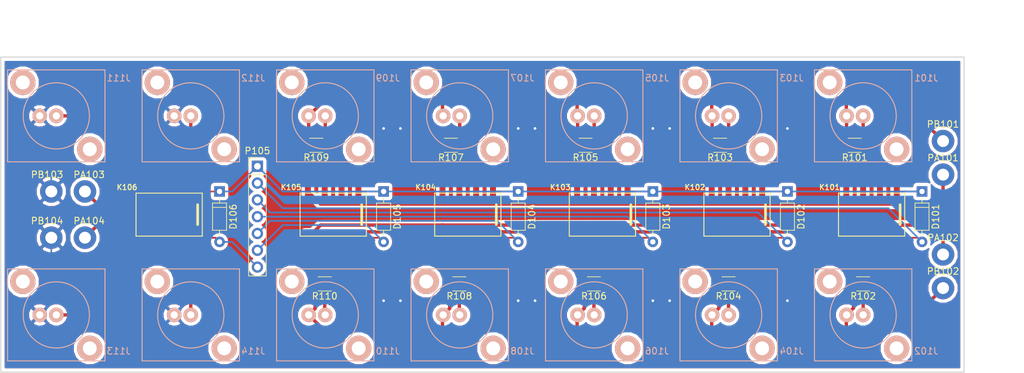
<source format=kicad_pcb>
(kicad_pcb (version 4) (host pcbnew 4.0.4+e1-6308~48~ubuntu15.10.1-stable)
  (layers (0 F.Cu signal) (31 B.Cu signal) (34 B.Paste user) (35 F.Paste user) (36 B.SilkS user) (37 F.SilkS user) (38 B.Mask user) (39 F.Mask user) (44 Edge.Cuts user))
  (net 0 "")
  (net 1 +5V)
  (net 2 /S1)
  (net 3 /S2)
  (net 4 /S3)
  (net 5 /S4)
  (net 6 /S5)
  (net 7 /BP)
  (net 8 "Net-(J101-Pad1)")
  (net 9 "Net-(J101-Pad2)")
  (net 10 "Net-(J102-Pad1)")
  (net 11 "Net-(J102-Pad2)")
  (net 12 "Net-(J103-Pad1)")
  (net 13 "Net-(J104-Pad1)")
  (net 14 "Net-(J105-Pad1)")
  (net 15 "Net-(J106-Pad1)")
  (net 16 "Net-(J107-Pad1)")
  (net 17 "Net-(J108-Pad1)")
  (net 18 "Net-(J109-Pad1)")
  (net 19 "Net-(J110-Pad1)")
  (net 20 "Net-(J111-Pad1)")
  (net 21 GND)
  (net 22 "Net-(J112-Pad1)")
  (net 23 "Net-(J113-Pad1)")
  (net 24 "Net-(J114-Pad1)")
  (net 25 /PRE_IN_R)
  (net 26 /PRE_IN_L)
  (net 27 /PRE_OUT_R)
  (net 28 /PRE_OUT_L)
  (module flem:RCA_ELECAUDIO_ER107 (layer B.Cu) (at 210.185 99.695 180)
    (fp_text reference J101 (at -9.525 5.715 180) (layer B.SilkS) (effects (justify mirror)))
    (fp_text value RCA hide)
    (pad 3 thru_hole circle (at 5.05 5.05 180) (size 3.81 3.81) (drill 2.1) (layers *.Cu *.Mask B.SilkS))
    (pad 1 thru_hole circle (at 0 0 180) (size 2.2 2.2) (drill 1.1) (layers *.Cu *.Mask B.SilkS) (net 8 "Net-(J101-Pad1)"))
    (pad 2 thru_hole circle (at 2.5 0 180) (size 2.2 2.2) (drill 1.1) (layers *.Cu *.Mask B.SilkS) (net 9 "Net-(J101-Pad2)"))
    (pad 4 thru_hole circle (at -5.05 -5.05 180) (size 3.81 3.81) (drill 2.1) (layers *.Cu *.Mask B.SilkS))
  )
  (module flem:RCA_ELECAUDIO_ER107 (layer B.Cu) (at 210.185 129.785 180)
    (fp_text reference J102 (at -9.525 -5.47 180) (layer B.SilkS) (effects (justify mirror)))
    (fp_text value RCA hide)
    (pad 3 thru_hole circle (at 5.05 5.05 180) (size 3.81 3.81) (drill 2.1) (layers *.Cu *.Mask B.SilkS))
    (pad 1 thru_hole circle (at 0 0 180) (size 2.2 2.2) (drill 1.1) (layers *.Cu *.Mask B.SilkS) (net 10 "Net-(J102-Pad1)"))
    (pad 2 thru_hole circle (at 2.5 0 180) (size 2.2 2.2) (drill 1.1) (layers *.Cu *.Mask B.SilkS) (net 11 "Net-(J102-Pad2)"))
    (pad 4 thru_hole circle (at -5.05 -5.05 180) (size 3.81 3.81) (drill 2.1) (layers *.Cu *.Mask B.SilkS))
  )
  (module flem:RCA_ELECAUDIO_ER107 (layer B.Cu) (at 189.885 99.695 180)
    (fp_text reference J103 (at -9.505 5.715 180) (layer B.SilkS) (effects (justify mirror)))
    (fp_text value RCA hide)
    (pad 3 thru_hole circle (at 5.05 5.05 180) (size 3.81 3.81) (drill 2.1) (layers *.Cu *.Mask B.SilkS))
    (pad 1 thru_hole circle (at 0 0 180) (size 2.2 2.2) (drill 1.1) (layers *.Cu *.Mask B.SilkS) (net 12 "Net-(J103-Pad1)"))
    (pad 2 thru_hole circle (at 2.5 0 180) (size 2.2 2.2) (drill 1.1) (layers *.Cu *.Mask B.SilkS) (net 9 "Net-(J101-Pad2)"))
    (pad 4 thru_hole circle (at -5.05 -5.05 180) (size 3.81 3.81) (drill 2.1) (layers *.Cu *.Mask B.SilkS))
  )
  (module flem:RCA_ELECAUDIO_ER107 (layer B.Cu) (at 189.885 129.785 180)
    (fp_text reference J104 (at -9.505 -5.47 180) (layer B.SilkS) (effects (justify mirror)))
    (fp_text value RCA hide)
    (pad 3 thru_hole circle (at 5.05 5.05 180) (size 3.81 3.81) (drill 2.1) (layers *.Cu *.Mask B.SilkS))
    (pad 1 thru_hole circle (at 0 0 180) (size 2.2 2.2) (drill 1.1) (layers *.Cu *.Mask B.SilkS) (net 13 "Net-(J104-Pad1)"))
    (pad 2 thru_hole circle (at 2.5 0 180) (size 2.2 2.2) (drill 1.1) (layers *.Cu *.Mask B.SilkS) (net 11 "Net-(J102-Pad2)"))
    (pad 4 thru_hole circle (at -5.05 -5.05 180) (size 3.81 3.81) (drill 2.1) (layers *.Cu *.Mask B.SilkS))
  )
  (module flem:RCA_ELECAUDIO_ER107 (layer B.Cu) (at 169.585 99.695 180)
    (fp_text reference J105 (at -9.485 5.715 180) (layer B.SilkS) (effects (justify mirror)))
    (fp_text value RCA hide)
    (pad 3 thru_hole circle (at 5.05 5.05 180) (size 3.81 3.81) (drill 2.1) (layers *.Cu *.Mask B.SilkS))
    (pad 1 thru_hole circle (at 0 0 180) (size 2.2 2.2) (drill 1.1) (layers *.Cu *.Mask B.SilkS) (net 14 "Net-(J105-Pad1)"))
    (pad 2 thru_hole circle (at 2.5 0 180) (size 2.2 2.2) (drill 1.1) (layers *.Cu *.Mask B.SilkS) (net 9 "Net-(J101-Pad2)"))
    (pad 4 thru_hole circle (at -5.05 -5.05 180) (size 3.81 3.81) (drill 2.1) (layers *.Cu *.Mask B.SilkS))
  )
  (module flem:RCA_ELECAUDIO_ER107 (layer B.Cu) (at 169.585 129.785 180)
    (fp_text reference J106 (at -9.485 -5.47 180) (layer B.SilkS) (effects (justify mirror)))
    (fp_text value RCA hide)
    (pad 3 thru_hole circle (at 5.05 5.05 180) (size 3.81 3.81) (drill 2.1) (layers *.Cu *.Mask B.SilkS))
    (pad 1 thru_hole circle (at 0 0 180) (size 2.2 2.2) (drill 1.1) (layers *.Cu *.Mask B.SilkS) (net 15 "Net-(J106-Pad1)"))
    (pad 2 thru_hole circle (at 2.5 0 180) (size 2.2 2.2) (drill 1.1) (layers *.Cu *.Mask B.SilkS) (net 11 "Net-(J102-Pad2)"))
    (pad 4 thru_hole circle (at -5.05 -5.05 180) (size 3.81 3.81) (drill 2.1) (layers *.Cu *.Mask B.SilkS))
  )
  (module flem:RCA_ELECAUDIO_ER107 (layer B.Cu) (at 149.285 99.695 180)
    (fp_text reference J107 (at -9.465 5.715 180) (layer B.SilkS) (effects (justify mirror)))
    (fp_text value RCA hide)
    (pad 3 thru_hole circle (at 5.05 5.05 180) (size 3.81 3.81) (drill 2.1) (layers *.Cu *.Mask B.SilkS))
    (pad 1 thru_hole circle (at 0 0 180) (size 2.2 2.2) (drill 1.1) (layers *.Cu *.Mask B.SilkS) (net 16 "Net-(J107-Pad1)"))
    (pad 2 thru_hole circle (at 2.5 0 180) (size 2.2 2.2) (drill 1.1) (layers *.Cu *.Mask B.SilkS) (net 9 "Net-(J101-Pad2)"))
    (pad 4 thru_hole circle (at -5.05 -5.05 180) (size 3.81 3.81) (drill 2.1) (layers *.Cu *.Mask B.SilkS))
  )
  (module flem:RCA_ELECAUDIO_ER107 (layer B.Cu) (at 149.285 129.785 180)
    (fp_text reference J108 (at -9.465 -5.47 180) (layer B.SilkS) (effects (justify mirror)))
    (fp_text value RCA hide)
    (pad 3 thru_hole circle (at 5.05 5.05 180) (size 3.81 3.81) (drill 2.1) (layers *.Cu *.Mask B.SilkS))
    (pad 1 thru_hole circle (at 0 0 180) (size 2.2 2.2) (drill 1.1) (layers *.Cu *.Mask B.SilkS) (net 17 "Net-(J108-Pad1)"))
    (pad 2 thru_hole circle (at 2.5 0 180) (size 2.2 2.2) (drill 1.1) (layers *.Cu *.Mask B.SilkS) (net 11 "Net-(J102-Pad2)"))
    (pad 4 thru_hole circle (at -5.05 -5.05 180) (size 3.81 3.81) (drill 2.1) (layers *.Cu *.Mask B.SilkS))
  )
  (module flem:RCA_ELECAUDIO_ER107 (layer B.Cu) (at 128.985 99.695 180)
    (fp_text reference J109 (at -9.445 5.715 180) (layer B.SilkS) (effects (justify mirror)))
    (fp_text value RCA hide)
    (pad 3 thru_hole circle (at 5.05 5.05 180) (size 3.81 3.81) (drill 2.1) (layers *.Cu *.Mask B.SilkS))
    (pad 1 thru_hole circle (at 0 0 180) (size 2.2 2.2) (drill 1.1) (layers *.Cu *.Mask B.SilkS) (net 18 "Net-(J109-Pad1)"))
    (pad 2 thru_hole circle (at 2.5 0 180) (size 2.2 2.2) (drill 1.1) (layers *.Cu *.Mask B.SilkS) (net 9 "Net-(J101-Pad2)"))
    (pad 4 thru_hole circle (at -5.05 -5.05 180) (size 3.81 3.81) (drill 2.1) (layers *.Cu *.Mask B.SilkS))
  )
  (module flem:RCA_ELECAUDIO_ER107 (layer B.Cu) (at 128.985 129.785 180)
    (fp_text reference J110 (at -9.445 -5.47 180) (layer B.SilkS) (effects (justify mirror)))
    (fp_text value RCA hide)
    (pad 3 thru_hole circle (at 5.05 5.05 180) (size 3.81 3.81) (drill 2.1) (layers *.Cu *.Mask B.SilkS))
    (pad 1 thru_hole circle (at 0 0 180) (size 2.2 2.2) (drill 1.1) (layers *.Cu *.Mask B.SilkS) (net 19 "Net-(J110-Pad1)"))
    (pad 2 thru_hole circle (at 2.5 0 180) (size 2.2 2.2) (drill 1.1) (layers *.Cu *.Mask B.SilkS) (net 11 "Net-(J102-Pad2)"))
    (pad 4 thru_hole circle (at -5.05 -5.05 180) (size 3.81 3.81) (drill 2.1) (layers *.Cu *.Mask B.SilkS))
  )
  (module flem:RCA_ELECAUDIO_ER107 (layer B.Cu) (at 88.385 99.695 180)
    (fp_text reference J111 (at -9.405 5.715 180) (layer B.SilkS) (effects (justify mirror)))
    (fp_text value PRE_OUT_L)
    (pad 3 thru_hole circle (at 5.05 5.05 180) (size 3.81 3.81) (drill 2.1) (layers *.Cu *.Mask B.SilkS))
    (pad 1 thru_hole circle (at 0 0 180) (size 2.2 2.2) (drill 1.1) (layers *.Cu *.Mask B.SilkS) (net 20 "Net-(J111-Pad1)"))
    (pad 2 thru_hole circle (at 2.5 0 180) (size 2.2 2.2) (drill 1.1) (layers *.Cu *.Mask B.SilkS) (net 21 GND))
    (pad 4 thru_hole circle (at -5.05 -5.05 180) (size 3.81 3.81) (drill 2.1) (layers *.Cu *.Mask B.SilkS))
  )
  (module flem:RCA_ELECAUDIO_ER107 (layer B.Cu) (at 108.685 99.695 180)
    (fp_text reference J112 (at -9.425 5.715 180) (layer B.SilkS) (effects (justify mirror)))
    (fp_text value BY_PASS_L)
    (pad 3 thru_hole circle (at 5.05 5.05 180) (size 3.81 3.81) (drill 2.1) (layers *.Cu *.Mask B.SilkS))
    (pad 1 thru_hole circle (at 0 0 180) (size 2.2 2.2) (drill 1.1) (layers *.Cu *.Mask B.SilkS) (net 22 "Net-(J112-Pad1)"))
    (pad 2 thru_hole circle (at 2.5 0 180) (size 2.2 2.2) (drill 1.1) (layers *.Cu *.Mask B.SilkS) (net 21 GND))
    (pad 4 thru_hole circle (at -5.05 -5.05 180) (size 3.81 3.81) (drill 2.1) (layers *.Cu *.Mask B.SilkS))
  )
  (module flem:RCA_ELECAUDIO_ER107 (layer B.Cu) (at 88.385 129.785 180)
    (fp_text reference J113 (at -9.405 -5.47 180) (layer B.SilkS) (effects (justify mirror)))
    (fp_text value PRE_OUT_R)
    (pad 3 thru_hole circle (at 5.05 5.05 180) (size 3.81 3.81) (drill 2.1) (layers *.Cu *.Mask B.SilkS))
    (pad 1 thru_hole circle (at 0 0 180) (size 2.2 2.2) (drill 1.1) (layers *.Cu *.Mask B.SilkS) (net 23 "Net-(J113-Pad1)"))
    (pad 2 thru_hole circle (at 2.5 0 180) (size 2.2 2.2) (drill 1.1) (layers *.Cu *.Mask B.SilkS) (net 21 GND))
    (pad 4 thru_hole circle (at -5.05 -5.05 180) (size 3.81 3.81) (drill 2.1) (layers *.Cu *.Mask B.SilkS))
  )
  (module flem:RCA_ELECAUDIO_ER107 (layer B.Cu) (at 108.685 129.785 180)
    (fp_text reference J114 (at -9.425 -5.47 180) (layer B.SilkS) (effects (justify mirror)))
    (fp_text value BY_PASS_R)
    (pad 3 thru_hole circle (at 5.05 5.05 180) (size 3.81 3.81) (drill 2.1) (layers *.Cu *.Mask B.SilkS))
    (pad 1 thru_hole circle (at 0 0 180) (size 2.2 2.2) (drill 1.1) (layers *.Cu *.Mask B.SilkS) (net 24 "Net-(J114-Pad1)"))
    (pad 2 thru_hole circle (at 2.5 0 180) (size 2.2 2.2) (drill 1.1) (layers *.Cu *.Mask B.SilkS) (net 21 GND))
    (pad 4 thru_hole circle (at -5.05 -5.05 180) (size 3.81 3.81) (drill 2.1) (layers *.Cu *.Mask B.SilkS))
  )
  (module flem:Omron-G6K-2F-Y (layer F.Cu) (at 215.265 111.125 180)
    (fp_text reference K101 (at 10.16 0.635 180) (layer F.SilkS) (effects (font (size 0.8 0.8) (thickness 0.16))))
    (fp_text value G6K hide)
    (pad 8 smd rect (at 0 -7) (size 0.9 1.9) (layers F.Cu F.Paste F.Mask) (net 2 /S1))
    (pad 6 smd rect (at 5.08 -7) (size 0.9 1.9) (layers F.Cu F.Paste F.Mask) (net 10 "Net-(J102-Pad1)"))
    (pad 7 smd rect (at 2.54 -7) (size 0.9 1.9) (layers F.Cu F.Paste F.Mask))
    (pad 5 smd rect (at 7.62 -7) (size 0.9 1.9) (layers F.Cu F.Paste F.Mask) (net 25 /PRE_IN_R))
    (pad 4 smd rect (at 7.62 0) (size 0.9 1.9) (layers F.Cu F.Paste F.Mask) (net 26 /PRE_IN_L))
    (pad 3 smd rect (at 5.08 0) (size 0.9 1.9) (layers F.Cu F.Paste F.Mask) (net 8 "Net-(J101-Pad1)"))
    (pad 2 smd rect (at 2.54 0) (size 0.9 1.9) (layers F.Cu F.Paste F.Mask))
    (pad 1 smd rect (at 0 0) (size 0.9 1.9) (layers F.Cu F.Paste F.Mask) (net 1 +5V))
  )
  (module flem:Omron-G6K-2F-Y (layer F.Cu) (at 194.945 111.125 180)
    (fp_text reference K102 (at 10.16 0.635 180) (layer F.SilkS) (effects (font (size 0.8 0.8) (thickness 0.16))))
    (fp_text value G6K hide)
    (pad 8 smd rect (at 0 -7) (size 0.9 1.9) (layers F.Cu F.Paste F.Mask) (net 3 /S2))
    (pad 6 smd rect (at 5.08 -7) (size 0.9 1.9) (layers F.Cu F.Paste F.Mask) (net 13 "Net-(J104-Pad1)"))
    (pad 7 smd rect (at 2.54 -7) (size 0.9 1.9) (layers F.Cu F.Paste F.Mask))
    (pad 5 smd rect (at 7.62 -7) (size 0.9 1.9) (layers F.Cu F.Paste F.Mask) (net 25 /PRE_IN_R))
    (pad 4 smd rect (at 7.62 0) (size 0.9 1.9) (layers F.Cu F.Paste F.Mask) (net 26 /PRE_IN_L))
    (pad 3 smd rect (at 5.08 0) (size 0.9 1.9) (layers F.Cu F.Paste F.Mask) (net 12 "Net-(J103-Pad1)"))
    (pad 2 smd rect (at 2.54 0) (size 0.9 1.9) (layers F.Cu F.Paste F.Mask))
    (pad 1 smd rect (at 0 0) (size 0.9 1.9) (layers F.Cu F.Paste F.Mask) (net 1 +5V))
  )
  (module flem:Omron-G6K-2F-Y (layer F.Cu) (at 174.625 111.125 180)
    (fp_text reference K103 (at 10.16 0.635 180) (layer F.SilkS) (effects (font (size 0.8 0.8) (thickness 0.16))))
    (fp_text value G6K hide)
    (pad 8 smd rect (at 0 -7) (size 0.9 1.9) (layers F.Cu F.Paste F.Mask) (net 4 /S3))
    (pad 6 smd rect (at 5.08 -7) (size 0.9 1.9) (layers F.Cu F.Paste F.Mask) (net 15 "Net-(J106-Pad1)"))
    (pad 7 smd rect (at 2.54 -7) (size 0.9 1.9) (layers F.Cu F.Paste F.Mask))
    (pad 5 smd rect (at 7.62 -7) (size 0.9 1.9) (layers F.Cu F.Paste F.Mask) (net 25 /PRE_IN_R))
    (pad 4 smd rect (at 7.62 0) (size 0.9 1.9) (layers F.Cu F.Paste F.Mask) (net 26 /PRE_IN_L))
    (pad 3 smd rect (at 5.08 0) (size 0.9 1.9) (layers F.Cu F.Paste F.Mask) (net 14 "Net-(J105-Pad1)"))
    (pad 2 smd rect (at 2.54 0) (size 0.9 1.9) (layers F.Cu F.Paste F.Mask))
    (pad 1 smd rect (at 0 0) (size 0.9 1.9) (layers F.Cu F.Paste F.Mask) (net 1 +5V))
  )
  (module flem:Omron-G6K-2F-Y (layer F.Cu) (at 154.305 111.125 180)
    (fp_text reference K104 (at 10.16 0.635 180) (layer F.SilkS) (effects (font (size 0.8 0.8) (thickness 0.16))))
    (fp_text value G6K hide)
    (pad 8 smd rect (at 0 -7) (size 0.9 1.9) (layers F.Cu F.Paste F.Mask) (net 5 /S4))
    (pad 6 smd rect (at 5.08 -7) (size 0.9 1.9) (layers F.Cu F.Paste F.Mask) (net 17 "Net-(J108-Pad1)"))
    (pad 7 smd rect (at 2.54 -7) (size 0.9 1.9) (layers F.Cu F.Paste F.Mask))
    (pad 5 smd rect (at 7.62 -7) (size 0.9 1.9) (layers F.Cu F.Paste F.Mask) (net 25 /PRE_IN_R))
    (pad 4 smd rect (at 7.62 0) (size 0.9 1.9) (layers F.Cu F.Paste F.Mask) (net 26 /PRE_IN_L))
    (pad 3 smd rect (at 5.08 0) (size 0.9 1.9) (layers F.Cu F.Paste F.Mask) (net 16 "Net-(J107-Pad1)"))
    (pad 2 smd rect (at 2.54 0) (size 0.9 1.9) (layers F.Cu F.Paste F.Mask))
    (pad 1 smd rect (at 0 0) (size 0.9 1.9) (layers F.Cu F.Paste F.Mask) (net 1 +5V))
  )
  (module flem:Omron-G6K-2F-Y (layer F.Cu) (at 133.985 111.125 180)
    (fp_text reference K105 (at 10.16 0.635 180) (layer F.SilkS) (effects (font (size 0.8 0.8) (thickness 0.16))))
    (fp_text value G6K hide)
    (pad 8 smd rect (at 0 -7) (size 0.9 1.9) (layers F.Cu F.Paste F.Mask) (net 6 /S5))
    (pad 6 smd rect (at 5.08 -7) (size 0.9 1.9) (layers F.Cu F.Paste F.Mask) (net 19 "Net-(J110-Pad1)"))
    (pad 7 smd rect (at 2.54 -7) (size 0.9 1.9) (layers F.Cu F.Paste F.Mask))
    (pad 5 smd rect (at 7.62 -7) (size 0.9 1.9) (layers F.Cu F.Paste F.Mask) (net 25 /PRE_IN_R))
    (pad 4 smd rect (at 7.62 0) (size 0.9 1.9) (layers F.Cu F.Paste F.Mask) (net 26 /PRE_IN_L))
    (pad 3 smd rect (at 5.08 0) (size 0.9 1.9) (layers F.Cu F.Paste F.Mask) (net 18 "Net-(J109-Pad1)"))
    (pad 2 smd rect (at 2.54 0) (size 0.9 1.9) (layers F.Cu F.Paste F.Mask))
    (pad 1 smd rect (at 0 0) (size 0.9 1.9) (layers F.Cu F.Paste F.Mask) (net 1 +5V))
  )
  (module flem:Omron-G6K-2F-Y (layer F.Cu) (at 109.22 111.125 180)
    (fp_text reference K106 (at 10.16 0.635 180) (layer F.SilkS) (effects (font (size 0.8 0.8) (thickness 0.16))))
    (fp_text value G6K hide)
    (pad 8 smd rect (at 0 -7) (size 0.9 1.9) (layers F.Cu F.Paste F.Mask) (net 7 /BP))
    (pad 6 smd rect (at 5.08 -7) (size 0.9 1.9) (layers F.Cu F.Paste F.Mask) (net 23 "Net-(J113-Pad1)"))
    (pad 7 smd rect (at 2.54 -7) (size 0.9 1.9) (layers F.Cu F.Paste F.Mask) (net 27 /PRE_OUT_R))
    (pad 5 smd rect (at 7.62 -7) (size 0.9 1.9) (layers F.Cu F.Paste F.Mask) (net 24 "Net-(J114-Pad1)"))
    (pad 4 smd rect (at 7.62 0) (size 0.9 1.9) (layers F.Cu F.Paste F.Mask) (net 22 "Net-(J112-Pad1)"))
    (pad 3 smd rect (at 5.08 0) (size 0.9 1.9) (layers F.Cu F.Paste F.Mask) (net 20 "Net-(J111-Pad1)"))
    (pad 2 smd rect (at 2.54 0) (size 0.9 1.9) (layers F.Cu F.Paste F.Mask) (net 28 /PRE_OUT_L))
    (pad 1 smd rect (at 0 0) (size 0.9 1.9) (layers F.Cu F.Paste F.Mask) (net 1 +5V))
  )
  (module flem:1Pin_d1.8mm_D3.4mm (layer F.Cu) (at 222.25 108.585)
    (fp_text reference PA101 (at 0 -2.54) (layer F.SilkS))
    (fp_text value CONN_1 hide)
    (pad 1 thru_hole circle (at 0 0) (size 3.4 3.4) (drill 1.8) (layers *.Cu *.Mask) (net 26 /PRE_IN_L))
  )
  (module flem:1Pin_d1.8mm_D3.4mm (layer F.Cu) (at 222.25 120.65)
    (fp_text reference PA102 (at 0 -2.54) (layer F.SilkS))
    (fp_text value CONN_1 hide)
    (pad 1 thru_hole circle (at 0 0) (size 3.4 3.4) (drill 1.8) (layers *.Cu *.Mask) (net 25 /PRE_IN_R))
  )
  (module flem:1Pin_d1.8mm_D3.4mm (layer F.Cu) (at 92.71 111.125)
    (fp_text reference PA103 (at 0.635 -2.54) (layer F.SilkS))
    (fp_text value CONN_1 hide)
    (pad 1 thru_hole circle (at 0 0) (size 3.4 3.4) (drill 1.8) (layers *.Cu *.Mask) (net 28 /PRE_OUT_L))
  )
  (module flem:1Pin_d1.8mm_D3.4mm (layer F.Cu) (at 92.71 118.11)
    (fp_text reference PA104 (at 0.635 -2.54) (layer F.SilkS))
    (fp_text value CONN_1 hide)
    (pad 1 thru_hole circle (at 0 0) (size 3.4 3.4) (drill 1.8) (layers *.Cu *.Mask) (net 27 /PRE_OUT_R))
  )
  (module flem:1Pin_d1.8mm_D3.4mm (layer F.Cu) (at 222.25 103.505)
    (fp_text reference PB101 (at 0 -2.54) (layer F.SilkS))
    (fp_text value CONN_1 hide)
    (pad 1 thru_hole circle (at 0 0) (size 3.4 3.4) (drill 1.8) (layers *.Cu *.Mask) (net 9 "Net-(J101-Pad2)"))
  )
  (module flem:1Pin_d1.8mm_D3.4mm (layer F.Cu) (at 222.25 125.73)
    (fp_text reference PB102 (at 0 -2.54) (layer F.SilkS))
    (fp_text value CONN_1 hide)
    (pad 1 thru_hole circle (at 0 0) (size 3.4 3.4) (drill 1.8) (layers *.Cu *.Mask) (net 11 "Net-(J102-Pad2)"))
  )
  (module flem:1Pin_d1.8mm_D3.4mm (layer F.Cu) (at 87.63 111.125)
    (fp_text reference PB103 (at -0.635 -2.54) (layer F.SilkS))
    (fp_text value CONN_1 hide)
    (pad 1 thru_hole circle (at 0 0) (size 3.4 3.4) (drill 1.8) (layers *.Cu *.Mask) (net 21 GND))
  )
  (module flem:1Pin_d1.8mm_D3.4mm (layer F.Cu) (at 87.63 118.11)
    (fp_text reference PB104 (at -0.635 -2.54) (layer F.SilkS))
    (fp_text value CONN_1 hide)
    (pad 1 thru_hole circle (at 0 0) (size 3.4 3.4) (drill 1.8) (layers *.Cu *.Mask) (net 21 GND))
  )
  (module Resistors_SMD:R_1206 (layer F.Cu) (at 208.915 104.14 180)
    (fp_text reference R101 (at 0 -1.85 180) (layer F.SilkS))
    (fp_text value 47K hide)
    (pad 1 smd rect (at -1.45 0 180) (size 0.9 1.7) (layers F.Cu F.Paste F.Mask) (net 8 "Net-(J101-Pad1)"))
    (pad 2 smd rect (at 1.45 0 180) (size 0.9 1.7) (layers F.Cu F.Paste F.Mask) (net 9 "Net-(J101-Pad2)"))
  )
  (module Resistors_SMD:R_1206 (layer F.Cu) (at 210.185 125.095 180)
    (fp_text reference R102 (at 0 -1.85 180) (layer F.SilkS))
    (fp_text value 47K hide)
    (pad 1 smd rect (at -1.45 0 180) (size 0.9 1.7) (layers F.Cu F.Paste F.Mask) (net 10 "Net-(J102-Pad1)"))
    (pad 2 smd rect (at 1.45 0 180) (size 0.9 1.7) (layers F.Cu F.Paste F.Mask) (net 11 "Net-(J102-Pad2)"))
  )
  (module Resistors_SMD:R_1206 (layer F.Cu) (at 189.865 125.095 180)
    (fp_text reference R104 (at 0 -1.85 180) (layer F.SilkS))
    (fp_text value 47K hide)
    (pad 1 smd rect (at -1.45 0 180) (size 0.9 1.7) (layers F.Cu F.Paste F.Mask) (net 13 "Net-(J104-Pad1)"))
    (pad 2 smd rect (at 1.45 0 180) (size 0.9 1.7) (layers F.Cu F.Paste F.Mask) (net 11 "Net-(J102-Pad2)"))
  )
  (module Resistors_SMD:R_1206 (layer F.Cu) (at 168.275 104.14 180)
    (fp_text reference R105 (at 0 -1.85 180) (layer F.SilkS))
    (fp_text value 47K hide)
    (pad 1 smd rect (at -1.45 0 180) (size 0.9 1.7) (layers F.Cu F.Paste F.Mask) (net 14 "Net-(J105-Pad1)"))
    (pad 2 smd rect (at 1.45 0 180) (size 0.9 1.7) (layers F.Cu F.Paste F.Mask) (net 9 "Net-(J101-Pad2)"))
  )
  (module Resistors_SMD:R_1206 (layer F.Cu) (at 169.545 125.095 180)
    (fp_text reference R106 (at 0 -1.85 180) (layer F.SilkS))
    (fp_text value 47K hide)
    (pad 1 smd rect (at -1.45 0 180) (size 0.9 1.7) (layers F.Cu F.Paste F.Mask) (net 15 "Net-(J106-Pad1)"))
    (pad 2 smd rect (at 1.45 0 180) (size 0.9 1.7) (layers F.Cu F.Paste F.Mask) (net 11 "Net-(J102-Pad2)"))
  )
  (module Resistors_SMD:R_1206 (layer F.Cu) (at 147.955 104.14 180)
    (fp_text reference R107 (at 0 -1.85 180) (layer F.SilkS))
    (fp_text value 47K hide)
    (pad 1 smd rect (at -1.45 0 180) (size 0.9 1.7) (layers F.Cu F.Paste F.Mask) (net 16 "Net-(J107-Pad1)"))
    (pad 2 smd rect (at 1.45 0 180) (size 0.9 1.7) (layers F.Cu F.Paste F.Mask) (net 9 "Net-(J101-Pad2)"))
  )
  (module Resistors_SMD:R_1206 (layer F.Cu) (at 149.225 125.095 180)
    (fp_text reference R108 (at 0 -1.85 180) (layer F.SilkS))
    (fp_text value 47K hide)
    (pad 1 smd rect (at -1.45 0 180) (size 0.9 1.7) (layers F.Cu F.Paste F.Mask) (net 17 "Net-(J108-Pad1)"))
    (pad 2 smd rect (at 1.45 0 180) (size 0.9 1.7) (layers F.Cu F.Paste F.Mask) (net 11 "Net-(J102-Pad2)"))
  )
  (module Resistors_SMD:R_1206 (layer F.Cu) (at 127.635 104.14 180)
    (fp_text reference R109 (at 0 -1.85 180) (layer F.SilkS))
    (fp_text value 47K hide)
    (pad 1 smd rect (at -1.45 0 180) (size 0.9 1.7) (layers F.Cu F.Paste F.Mask) (net 18 "Net-(J109-Pad1)"))
    (pad 2 smd rect (at 1.45 0 180) (size 0.9 1.7) (layers F.Cu F.Paste F.Mask) (net 9 "Net-(J101-Pad2)"))
  )
  (module Resistors_SMD:R_1206 (layer F.Cu) (at 128.905 125.095 180)
    (fp_text reference R110 (at 0 -1.85 180) (layer F.SilkS))
    (fp_text value 47K hide)
    (pad 1 smd rect (at -1.45 0 180) (size 0.9 1.7) (layers F.Cu F.Paste F.Mask) (net 19 "Net-(J110-Pad1)"))
    (pad 2 smd rect (at 1.45 0 180) (size 0.9 1.7) (layers F.Cu F.Paste F.Mask) (net 11 "Net-(J102-Pad2)"))
  )
  (module Resistors_SMD:R_1206 (layer F.Cu) (at 188.595 104.14 180)
    (fp_text reference R103 (at 0 -1.85 180) (layer F.SilkS))
    (fp_text value 47K hide)
    (pad 1 smd rect (at -1.45 0 180) (size 0.9 1.7) (layers F.Cu F.Paste F.Mask) (net 12 "Net-(J103-Pad1)"))
    (pad 2 smd rect (at 1.45 0 180) (size 0.9 1.7) (layers F.Cu F.Paste F.Mask) (net 9 "Net-(J101-Pad2)"))
  )
  (module Pin_Headers:Pin_Header_Straight_1x07_Pitch2.54mm (layer F.Cu) (at 118.745 107.315)
    (fp_text reference P105 (at 0 -2.33) (layer F.SilkS))
    (fp_text value CONN_01X07)
    (pad 1 thru_hole rect (at 0 0) (size 1.7 1.7) (drill 1) (layers *.Cu *.Mask) (net 1 +5V))
    (pad 2 thru_hole oval (at 0 2.54) (size 1.7 1.7) (drill 1) (layers *.Cu *.Mask) (net 2 /S1))
    (pad 3 thru_hole oval (at 0 5.08) (size 1.7 1.7) (drill 1) (layers *.Cu *.Mask) (net 3 /S2))
    (pad 4 thru_hole oval (at 0 7.62) (size 1.7 1.7) (drill 1) (layers *.Cu *.Mask) (net 4 /S3))
    (pad 5 thru_hole oval (at 0 10.16) (size 1.7 1.7) (drill 1) (layers *.Cu *.Mask) (net 5 /S4))
    (pad 6 thru_hole oval (at 0 12.7) (size 1.7 1.7) (drill 1) (layers *.Cu *.Mask) (net 6 /S5))
    (pad 7 thru_hole oval (at 0 15.24) (size 1.7 1.7) (drill 1) (layers *.Cu *.Mask) (net 7 /BP))
  )
  (module Diodes_ThroughHole:D_DO-35_SOD27_P7.62mm_Horizontal (layer F.Cu) (at 219.075 111.125 270)
    (fp_text reference D101 (at 3.81 -2.06 270) (layer F.SilkS))
    (fp_text value 1N4148 hide)
    (pad 1 thru_hole rect (at 0 0 270) (size 1.6 1.6) (drill 0.8) (layers *.Cu *.Mask) (net 1 +5V))
    (pad 2 thru_hole oval (at 7.62 0 270) (size 1.6 1.6) (drill 0.8) (layers *.Cu *.Mask) (net 2 /S1))
  )
  (module Diodes_ThroughHole:D_DO-35_SOD27_P7.62mm_Horizontal (layer F.Cu) (at 198.755 111.125 270)
    (fp_text reference D102 (at 3.81 -2.06 270) (layer F.SilkS))
    (fp_text value 1N4148 hide)
    (pad 1 thru_hole rect (at 0 0 270) (size 1.6 1.6) (drill 0.8) (layers *.Cu *.Mask) (net 1 +5V))
    (pad 2 thru_hole oval (at 7.62 0 270) (size 1.6 1.6) (drill 0.8) (layers *.Cu *.Mask) (net 3 /S2))
  )
  (module Diodes_ThroughHole:D_DO-35_SOD27_P7.62mm_Horizontal (layer F.Cu) (at 178.435 111.125 270)
    (fp_text reference D103 (at 3.81 -2.06 270) (layer F.SilkS))
    (fp_text value 1N4148 hide)
    (pad 1 thru_hole rect (at 0 0 270) (size 1.6 1.6) (drill 0.8) (layers *.Cu *.Mask) (net 1 +5V))
    (pad 2 thru_hole oval (at 7.62 0 270) (size 1.6 1.6) (drill 0.8) (layers *.Cu *.Mask) (net 4 /S3))
  )
  (module Diodes_ThroughHole:D_DO-35_SOD27_P7.62mm_Horizontal (layer F.Cu) (at 158.115 111.125 270)
    (fp_text reference D104 (at 3.81 -2.06 270) (layer F.SilkS))
    (fp_text value 1N4148 hide)
    (pad 1 thru_hole rect (at 0 0 270) (size 1.6 1.6) (drill 0.8) (layers *.Cu *.Mask) (net 1 +5V))
    (pad 2 thru_hole oval (at 7.62 0 270) (size 1.6 1.6) (drill 0.8) (layers *.Cu *.Mask) (net 5 /S4))
  )
  (module Diodes_ThroughHole:D_DO-35_SOD27_P7.62mm_Horizontal (layer F.Cu) (at 113.03 111.125 270)
    (fp_text reference D106 (at 3.81 -2.06 270) (layer F.SilkS))
    (fp_text value 1N4148 hide)
    (pad 1 thru_hole rect (at 0 0 270) (size 1.6 1.6) (drill 0.8) (layers *.Cu *.Mask) (net 1 +5V))
    (pad 2 thru_hole oval (at 7.62 0 270) (size 1.6 1.6) (drill 0.8) (layers *.Cu *.Mask) (net 7 /BP))
  )
  (module Diodes_ThroughHole:D_DO-35_SOD27_P7.62mm_Horizontal (layer F.Cu) (at 137.795 111.125 270)
    (fp_text reference D105 (at 3.81 -2.06 270) (layer F.SilkS))
    (fp_text value 1N4148 hide)
    (pad 1 thru_hole rect (at 0 0 270) (size 1.6 1.6) (drill 0.8) (layers *.Cu *.Mask) (net 1 +5V))
    (pad 2 thru_hole oval (at 7.62 0 270) (size 1.6 1.6) (drill 0.8) (layers *.Cu *.Mask) (net 6 /S5))
  )
  (gr_line (start 225.425 138.43) (end 80.01 138.43) (angle 90) (layer Edge.Cuts) (width 0.15))
  (gr_line (start 225.425 90.805) (end 225.425 138.43) (angle 90) (layer Edge.Cuts) (width 0.15))
  (gr_line (start 80.01 90.805) (end 225.425 90.805) (angle 90) (layer Edge.Cuts) (width 0.15))
  (gr_line (start 80.01 138.43) (end 80.01 90.805) (angle 90) (layer Edge.Cuts) (width 0.15))
  (segment (start 198.755 111.125) (end 219.075 111.125) (width 0.25) (layer B.Cu) (net 1))
  (segment (start 178.435 111.125) (end 198.755 111.125) (width 0.25) (layer B.Cu) (net 1))
  (segment (start 158.115 111.125) (end 178.435 111.125) (width 0.25) (layer B.Cu) (net 1))
  (segment (start 137.795 111.125) (end 158.115 111.125) (width 0.25) (layer B.Cu) (net 1))
  (segment (start 118.745 107.315) (end 122.555 111.125) (width 0.25) (layer B.Cu) (net 1))
  (segment (start 122.555 111.125) (end 137.795 111.125) (width 0.25) (layer B.Cu) (net 1))
  (segment (start 118.745 107.315) (end 114.935 111.125) (width 0.25) (layer B.Cu) (net 1))
  (segment (start 114.935 111.125) (end 113.03 111.125) (width 0.25) (layer B.Cu) (net 1))
  (segment (start 219.075 111.125) (end 215.265 111.125) (width 0.25) (layer F.Cu) (net 1))
  (segment (start 198.755 111.125) (end 194.945 111.125) (width 0.25) (layer F.Cu) (net 1))
  (segment (start 178.435 111.125) (end 174.625 111.125) (width 0.25) (layer F.Cu) (net 1))
  (segment (start 158.115 111.125) (end 154.305 111.125) (width 0.25) (layer F.Cu) (net 1))
  (segment (start 137.795 111.125) (end 133.985 111.125) (width 0.25) (layer F.Cu) (net 1))
  (segment (start 113.03 111.125) (end 109.22 111.125) (width 0.25) (layer F.Cu) (net 1))
  (segment (start 118.745 109.855) (end 122.555 113.665) (width 0.25) (layer B.Cu) (net 2))
  (segment (start 122.555 113.665) (end 213.995 113.665) (width 0.25) (layer B.Cu) (net 2))
  (segment (start 213.995 113.665) (end 219.075 118.745) (width 0.25) (layer B.Cu) (net 2))
  (segment (start 219.075 118.745) (end 218.455 118.125) (width 0.25) (layer F.Cu) (net 2))
  (segment (start 218.455 118.125) (end 215.265 118.125) (width 0.25) (layer F.Cu) (net 2))
  (segment (start 118.745 112.395) (end 120.65 114.3) (width 0.25) (layer B.Cu) (net 3))
  (segment (start 120.65 114.3) (end 194.31 114.3) (width 0.25) (layer B.Cu) (net 3))
  (segment (start 194.31 114.3) (end 198.755 118.745) (width 0.25) (layer B.Cu) (net 3))
  (segment (start 198.755 118.745) (end 198.135 118.125) (width 0.25) (layer F.Cu) (net 3))
  (segment (start 198.135 118.125) (end 194.945 118.125) (width 0.25) (layer F.Cu) (net 3))
  (segment (start 118.745 114.935) (end 168.275 114.935) (width 0.25) (layer B.Cu) (net 4))
  (segment (start 168.275 114.935) (end 174.625 114.935) (width 0.25) (layer B.Cu) (net 4))
  (segment (start 174.625 114.935) (end 178.435 118.745) (width 0.25) (layer B.Cu) (net 4))
  (segment (start 178.435 118.745) (end 177.815 118.125) (width 0.25) (layer F.Cu) (net 4))
  (segment (start 177.815 118.125) (end 174.625 118.125) (width 0.25) (layer F.Cu) (net 4))
  (segment (start 158.115 118.745) (end 154.94 115.57) (width 0.25) (layer B.Cu) (net 5))
  (segment (start 154.94 115.57) (end 120.65 115.57) (width 0.25) (layer B.Cu) (net 5))
  (segment (start 120.65 115.57) (end 118.745 117.475) (width 0.25) (layer B.Cu) (net 5))
  (segment (start 158.115 118.745) (end 157.495 118.125) (width 0.25) (layer F.Cu) (net 5))
  (segment (start 157.495 118.125) (end 154.305 118.125) (width 0.25) (layer F.Cu) (net 5))
  (segment (start 118.745 120.015) (end 122.555 116.205) (width 0.25) (layer B.Cu) (net 6))
  (segment (start 122.555 116.205) (end 135.255 116.205) (width 0.25) (layer B.Cu) (net 6))
  (segment (start 135.255 116.205) (end 137.795 118.745) (width 0.25) (layer B.Cu) (net 6))
  (segment (start 137.795 118.745) (end 137.175 118.125) (width 0.25) (layer F.Cu) (net 6))
  (segment (start 137.175 118.125) (end 133.985 118.125) (width 0.25) (layer F.Cu) (net 6))
  (segment (start 118.745 122.555) (end 114.935 118.745) (width 0.25) (layer B.Cu) (net 7))
  (segment (start 114.935 118.745) (end 113.03 118.745) (width 0.25) (layer B.Cu) (net 7))
  (segment (start 113.03 118.745) (end 112.41 118.125) (width 0.25) (layer F.Cu) (net 7))
  (segment (start 112.41 118.125) (end 109.22 118.125) (width 0.25) (layer F.Cu) (net 7))
  (segment (start 210.185 99.695) (end 210.185 103.96) (width 0.508) (layer F.Cu) (net 8))
  (segment (start 210.185 103.96) (end 210.185 111.125) (width 0.508) (layer F.Cu) (net 8))
  (segment (start 207.685 99.695) (end 207.645 99.655) (width 0.508) (layer F.Cu) (net 9))
  (segment (start 207.645 99.655) (end 207.645 97.79) (width 0.508) (layer F.Cu) (net 9))
  (segment (start 187.385 99.695) (end 187.325 99.635) (width 0.508) (layer F.Cu) (net 9))
  (segment (start 187.325 99.635) (end 187.325 97.79) (width 0.508) (layer F.Cu) (net 9))
  (segment (start 167.085 99.695) (end 167.005 99.615) (width 0.508) (layer F.Cu) (net 9))
  (segment (start 167.005 99.615) (end 167.005 97.79) (width 0.508) (layer F.Cu) (net 9))
  (segment (start 146.785 99.695) (end 146.685 99.595) (width 0.508) (layer F.Cu) (net 9))
  (segment (start 146.685 99.595) (end 146.685 97.79) (width 0.508) (layer F.Cu) (net 9))
  (segment (start 222.25 103.505) (end 216.535 97.79) (width 0.508) (layer F.Cu) (net 9))
  (segment (start 128.39 97.79) (end 126.485 99.695) (width 0.508) (layer F.Cu) (net 9))
  (segment (start 216.535 97.79) (end 207.645 97.79) (width 0.508) (layer F.Cu) (net 9))
  (segment (start 207.645 97.79) (end 187.325 97.79) (width 0.508) (layer F.Cu) (net 9))
  (segment (start 187.325 97.79) (end 167.005 97.79) (width 0.508) (layer F.Cu) (net 9))
  (segment (start 167.005 97.79) (end 146.685 97.79) (width 0.508) (layer F.Cu) (net 9))
  (segment (start 146.685 97.79) (end 128.39 97.79) (width 0.508) (layer F.Cu) (net 9))
  (segment (start 126.485 99.695) (end 126.485 103.84) (width 0.508) (layer F.Cu) (net 9))
  (segment (start 126.485 103.84) (end 126.185 104.14) (width 0.508) (layer F.Cu) (net 9))
  (segment (start 167.085 99.695) (end 167.085 103.88) (width 0.508) (layer F.Cu) (net 9))
  (segment (start 167.085 103.88) (end 166.825 104.14) (width 0.508) (layer F.Cu) (net 9))
  (segment (start 187.385 99.695) (end 187.385 103.9) (width 0.508) (layer F.Cu) (net 9))
  (segment (start 187.385 103.9) (end 187.145 104.14) (width 0.508) (layer F.Cu) (net 9))
  (segment (start 207.685 99.695) (end 207.685 103.92) (width 0.508) (layer F.Cu) (net 9))
  (segment (start 207.685 103.92) (end 207.465 104.14) (width 0.508) (layer F.Cu) (net 9))
  (segment (start 210.185 125.095) (end 211.635 125.095) (width 0.508) (layer F.Cu) (net 10))
  (segment (start 210.185 129.785) (end 210.185 125.095) (width 0.508) (layer F.Cu) (net 10))
  (segment (start 210.185 125.095) (end 210.185 118.125) (width 0.508) (layer F.Cu) (net 10))
  (segment (start 207.685 129.785) (end 207.645 129.825) (width 0.508) (layer F.Cu) (net 11))
  (segment (start 207.645 129.825) (end 207.645 132.08) (width 0.508) (layer F.Cu) (net 11))
  (segment (start 187.385 129.785) (end 187.325 129.845) (width 0.508) (layer F.Cu) (net 11))
  (segment (start 187.325 129.845) (end 187.325 132.08) (width 0.508) (layer F.Cu) (net 11))
  (segment (start 167.085 129.785) (end 167.005 129.865) (width 0.508) (layer F.Cu) (net 11))
  (segment (start 167.005 129.865) (end 167.005 132.08) (width 0.508) (layer F.Cu) (net 11))
  (segment (start 146.785 129.785) (end 146.685 129.885) (width 0.508) (layer F.Cu) (net 11))
  (segment (start 146.685 129.885) (end 146.685 132.08) (width 0.508) (layer F.Cu) (net 11))
  (segment (start 222.25 125.73) (end 215.9 132.08) (width 0.508) (layer F.Cu) (net 11))
  (segment (start 128.78 132.08) (end 126.485 129.785) (width 0.508) (layer F.Cu) (net 11))
  (segment (start 215.9 132.08) (end 207.645 132.08) (width 0.508) (layer F.Cu) (net 11))
  (segment (start 207.645 132.08) (end 187.325 132.08) (width 0.508) (layer F.Cu) (net 11))
  (segment (start 187.325 132.08) (end 167.005 132.08) (width 0.508) (layer F.Cu) (net 11))
  (segment (start 167.005 132.08) (end 146.685 132.08) (width 0.508) (layer F.Cu) (net 11))
  (segment (start 146.685 132.08) (end 128.78 132.08) (width 0.508) (layer F.Cu) (net 11))
  (segment (start 207.685 129.785) (end 208.735 128.735) (width 0.508) (layer F.Cu) (net 11))
  (segment (start 208.735 128.735) (end 208.735 125.095) (width 0.508) (layer F.Cu) (net 11))
  (segment (start 187.385 129.785) (end 188.415 128.755) (width 0.508) (layer F.Cu) (net 11))
  (segment (start 188.415 128.755) (end 188.415 125.095) (width 0.508) (layer F.Cu) (net 11))
  (segment (start 167.085 129.785) (end 168.095 128.775) (width 0.508) (layer F.Cu) (net 11))
  (segment (start 168.095 128.775) (end 168.095 125.095) (width 0.508) (layer F.Cu) (net 11))
  (segment (start 146.785 129.785) (end 147.775 128.795) (width 0.508) (layer F.Cu) (net 11))
  (segment (start 147.775 128.795) (end 147.775 125.095) (width 0.508) (layer F.Cu) (net 11))
  (segment (start 126.485 129.785) (end 127.455 128.815) (width 0.508) (layer F.Cu) (net 11))
  (segment (start 127.455 128.815) (end 127.455 125.095) (width 0.508) (layer F.Cu) (net 11))
  (segment (start 189.885 99.695) (end 189.885 103.98) (width 0.508) (layer F.Cu) (net 12))
  (segment (start 189.885 103.98) (end 189.865 104) (width 0.508) (layer F.Cu) (net 12))
  (segment (start 189.865 104) (end 189.865 111.125) (width 0.508) (layer F.Cu) (net 12))
  (segment (start 189.865 125.095) (end 191.315 125.095) (width 0.508) (layer F.Cu) (net 13))
  (segment (start 189.885 129.785) (end 189.865 129.765) (width 0.508) (layer F.Cu) (net 13))
  (segment (start 189.865 129.765) (end 189.865 125.095) (width 0.508) (layer F.Cu) (net 13))
  (segment (start 189.865 125.095) (end 189.865 118.125) (width 0.508) (layer F.Cu) (net 13))
  (segment (start 169.585 99.695) (end 169.585 104) (width 0.508) (layer F.Cu) (net 14))
  (segment (start 169.585 104) (end 169.545 104.04) (width 0.508) (layer F.Cu) (net 14))
  (segment (start 169.545 104.04) (end 169.545 111.125) (width 0.508) (layer F.Cu) (net 14))
  (segment (start 169.545 125.095) (end 170.995 125.095) (width 0.508) (layer F.Cu) (net 15))
  (segment (start 169.585 129.785) (end 169.545 129.745) (width 0.508) (layer F.Cu) (net 15))
  (segment (start 169.545 129.745) (end 169.545 125.095) (width 0.508) (layer F.Cu) (net 15))
  (segment (start 169.545 125.095) (end 169.545 118.125) (width 0.508) (layer F.Cu) (net 15))
  (segment (start 149.285 99.695) (end 149.285 104.02) (width 0.508) (layer F.Cu) (net 16))
  (segment (start 149.285 104.02) (end 149.225 104.08) (width 0.508) (layer F.Cu) (net 16))
  (segment (start 149.225 104.08) (end 149.225 111.125) (width 0.508) (layer F.Cu) (net 16))
  (segment (start 149.225 125.095) (end 150.675 125.095) (width 0.508) (layer F.Cu) (net 17))
  (segment (start 149.285 129.785) (end 149.225 129.725) (width 0.508) (layer F.Cu) (net 17))
  (segment (start 149.225 129.725) (end 149.225 125.095) (width 0.508) (layer F.Cu) (net 17))
  (segment (start 149.225 125.095) (end 149.225 118.125) (width 0.508) (layer F.Cu) (net 17))
  (segment (start 128.985 99.695) (end 128.985 104.04) (width 0.508) (layer F.Cu) (net 18))
  (segment (start 128.985 104.04) (end 128.905 104.12) (width 0.508) (layer F.Cu) (net 18))
  (segment (start 128.905 104.12) (end 128.905 111.125) (width 0.508) (layer F.Cu) (net 18))
  (segment (start 128.905 125.095) (end 130.355 125.095) (width 0.508) (layer F.Cu) (net 19))
  (segment (start 128.985 129.785) (end 128.905 129.705) (width 0.508) (layer F.Cu) (net 19))
  (segment (start 128.905 129.705) (end 128.905 125.095) (width 0.508) (layer F.Cu) (net 19))
  (segment (start 128.905 125.095) (end 128.905 118.125) (width 0.508) (layer F.Cu) (net 19))
  (segment (start 88.385 99.695) (end 102.87 99.695) (width 0.508) (layer F.Cu) (net 20))
  (segment (start 111.125 104.14) (end 104.14 111.125) (width 0.508) (layer F.Cu) (net 20))
  (segment (start 111.125 98.425) (end 111.125 104.14) (width 0.508) (layer F.Cu) (net 20))
  (segment (start 109.855 97.155) (end 111.125 98.425) (width 0.508) (layer F.Cu) (net 20))
  (segment (start 105.41 97.155) (end 109.855 97.155) (width 0.508) (layer F.Cu) (net 20))
  (segment (start 102.87 99.695) (end 105.41 97.155) (width 0.508) (layer F.Cu) (net 20))
  (segment (start 87.63 118.11) (end 87.63 123.825) (width 0.25) (layer B.Cu) (net 21))
  (via (at 198.755 127.635) (size 0.6) (drill 0.4) (layers F.Cu B.Cu) (net 21))
  (segment (start 180.975 127.635) (end 198.755 127.635) (width 0.25) (layer B.Cu) (net 21))
  (via (at 180.975 127.635) (size 0.6) (drill 0.4) (layers F.Cu B.Cu) (net 21))
  (segment (start 178.435 127.635) (end 180.975 127.635) (width 0.25) (layer F.Cu) (net 21))
  (via (at 178.435 127.635) (size 0.6) (drill 0.4) (layers F.Cu B.Cu) (net 21))
  (segment (start 179.07 127.635) (end 178.435 127.635) (width 0.25) (layer B.Cu) (net 21))
  (segment (start 160.655 127.635) (end 179.07 127.635) (width 0.25) (layer B.Cu) (net 21))
  (via (at 160.655 127.635) (size 0.6) (drill 0.4) (layers F.Cu B.Cu) (net 21))
  (segment (start 158.115 127.635) (end 160.655 127.635) (width 0.25) (layer F.Cu) (net 21))
  (via (at 158.115 127.635) (size 0.6) (drill 0.4) (layers F.Cu B.Cu) (net 21))
  (segment (start 140.335 127.635) (end 158.115 127.635) (width 0.25) (layer B.Cu) (net 21))
  (via (at 140.335 127.635) (size 0.6) (drill 0.4) (layers F.Cu B.Cu) (net 21))
  (segment (start 137.795 127.635) (end 140.335 127.635) (width 0.25) (layer F.Cu) (net 21))
  (via (at 137.795 127.635) (size 0.6) (drill 0.4) (layers F.Cu B.Cu) (net 21))
  (segment (start 91.44 127.635) (end 137.795 127.635) (width 0.25) (layer B.Cu) (net 21))
  (segment (start 87.63 123.825) (end 91.44 127.635) (width 0.25) (layer B.Cu) (net 21))
  (segment (start 87.63 111.125) (end 87.63 105.41) (width 0.25) (layer B.Cu) (net 21))
  (via (at 198.755 101.6) (size 0.6) (drill 0.4) (layers F.Cu B.Cu) (net 21))
  (segment (start 180.975 101.6) (end 198.755 101.6) (width 0.25) (layer B.Cu) (net 21))
  (via (at 180.975 101.6) (size 0.6) (drill 0.4) (layers F.Cu B.Cu) (net 21))
  (segment (start 178.435 101.6) (end 180.975 101.6) (width 0.25) (layer F.Cu) (net 21))
  (via (at 178.435 101.6) (size 0.6) (drill 0.4) (layers F.Cu B.Cu) (net 21))
  (segment (start 160.655 101.6) (end 178.435 101.6) (width 0.25) (layer B.Cu) (net 21))
  (via (at 160.655 101.6) (size 0.6) (drill 0.4) (layers F.Cu B.Cu) (net 21))
  (segment (start 158.115 101.6) (end 160.655 101.6) (width 0.25) (layer F.Cu) (net 21))
  (via (at 158.115 101.6) (size 0.6) (drill 0.4) (layers F.Cu B.Cu) (net 21))
  (segment (start 140.335 101.6) (end 158.115 101.6) (width 0.25) (layer B.Cu) (net 21))
  (via (at 140.335 101.6) (size 0.6) (drill 0.4) (layers F.Cu B.Cu) (net 21))
  (segment (start 137.795 101.6) (end 140.335 101.6) (width 0.25) (layer F.Cu) (net 21))
  (via (at 137.795 101.6) (size 0.6) (drill 0.4) (layers F.Cu B.Cu) (net 21))
  (segment (start 91.44 101.6) (end 137.795 101.6) (width 0.25) (layer B.Cu) (net 21))
  (segment (start 87.63 105.41) (end 91.44 101.6) (width 0.25) (layer B.Cu) (net 21))
  (segment (start 108.685 99.695) (end 108.685 104.04) (width 0.508) (layer F.Cu) (net 22))
  (segment (start 108.685 104.04) (end 101.6 111.125) (width 0.508) (layer F.Cu) (net 22))
  (segment (start 108.685 99.695) (end 108.585 99.795) (width 0.508) (layer F.Cu) (net 22))
  (segment (start 88.385 129.785) (end 102.48 129.785) (width 0.508) (layer F.Cu) (net 23))
  (segment (start 111.125 125.11) (end 104.14 118.125) (width 0.508) (layer F.Cu) (net 23))
  (segment (start 111.125 130.81) (end 111.125 125.11) (width 0.508) (layer F.Cu) (net 23))
  (segment (start 109.22 132.715) (end 111.125 130.81) (width 0.508) (layer F.Cu) (net 23))
  (segment (start 105.41 132.715) (end 109.22 132.715) (width 0.508) (layer F.Cu) (net 23))
  (segment (start 102.48 129.785) (end 105.41 132.715) (width 0.508) (layer F.Cu) (net 23))
  (segment (start 104.76 121.285) (end 101.6 118.125) (width 0.508) (layer F.Cu) (net 24))
  (segment (start 108.685 129.785) (end 108.685 125.21) (width 0.508) (layer F.Cu) (net 24))
  (segment (start 108.685 125.21) (end 104.76 121.285) (width 0.508) (layer F.Cu) (net 24))
  (segment (start 217.805 116.205) (end 220.345 116.205) (width 0.508) (layer F.Cu) (net 25))
  (segment (start 222.25 118.11) (end 222.25 120.65) (width 0.508) (layer F.Cu) (net 25))
  (segment (start 220.345 116.205) (end 222.25 118.11) (width 0.508) (layer F.Cu) (net 25))
  (segment (start 207.645 116.205) (end 207.645 118.125) (width 0.508) (layer F.Cu) (net 25))
  (segment (start 187.325 116.205) (end 187.325 118.125) (width 0.508) (layer F.Cu) (net 25))
  (segment (start 167.005 116.205) (end 167.005 118.125) (width 0.508) (layer F.Cu) (net 25))
  (segment (start 146.685 116.205) (end 146.685 118.125) (width 0.508) (layer F.Cu) (net 25))
  (segment (start 128.285 116.205) (end 126.365 118.125) (width 0.508) (layer F.Cu) (net 25))
  (segment (start 217.805 116.205) (end 207.645 116.205) (width 0.508) (layer F.Cu) (net 25))
  (segment (start 207.645 116.205) (end 187.325 116.205) (width 0.508) (layer F.Cu) (net 25))
  (segment (start 187.325 116.205) (end 167.005 116.205) (width 0.508) (layer F.Cu) (net 25))
  (segment (start 167.005 116.205) (end 146.685 116.205) (width 0.508) (layer F.Cu) (net 25))
  (segment (start 146.685 116.205) (end 128.285 116.205) (width 0.508) (layer F.Cu) (net 25))
  (segment (start 207.645 113.03) (end 207.645 111.125) (width 0.508) (layer F.Cu) (net 26))
  (segment (start 187.325 113.03) (end 187.325 111.125) (width 0.508) (layer F.Cu) (net 26))
  (segment (start 167.005 113.03) (end 167.005 111.125) (width 0.508) (layer F.Cu) (net 26))
  (segment (start 146.685 113.03) (end 146.685 111.125) (width 0.508) (layer F.Cu) (net 26))
  (segment (start 222.25 108.585) (end 222.25 111.125) (width 0.508) (layer F.Cu) (net 26))
  (segment (start 128.27 113.03) (end 126.365 111.125) (width 0.508) (layer F.Cu) (net 26))
  (segment (start 220.345 113.03) (end 207.645 113.03) (width 0.508) (layer F.Cu) (net 26))
  (segment (start 207.645 113.03) (end 187.325 113.03) (width 0.508) (layer F.Cu) (net 26))
  (segment (start 187.325 113.03) (end 167.005 113.03) (width 0.508) (layer F.Cu) (net 26))
  (segment (start 167.005 113.03) (end 146.685 113.03) (width 0.508) (layer F.Cu) (net 26))
  (segment (start 146.685 113.03) (end 128.27 113.03) (width 0.508) (layer F.Cu) (net 26))
  (segment (start 222.25 111.125) (end 220.345 113.03) (width 0.508) (layer F.Cu) (net 26))
  (segment (start 92.71 118.11) (end 95.25 115.57) (width 0.508) (layer F.Cu) (net 27))
  (segment (start 104.125 115.57) (end 106.68 118.125) (width 0.508) (layer F.Cu) (net 27))
  (segment (start 95.25 115.57) (end 104.125 115.57) (width 0.508) (layer F.Cu) (net 27))
  (segment (start 92.71 111.125) (end 95.25 113.665) (width 0.508) (layer F.Cu) (net 28))
  (segment (start 104.14 113.665) (end 106.68 111.125) (width 0.508) (layer F.Cu) (net 28))
  (segment (start 95.25 113.665) (end 104.14 113.665) (width 0.508) (layer F.Cu) (net 28))
  (zone (net 21) (net_name GND) (layer F.Cu) (connect_pads (clearance 0.508)) (min_thickness 0.254) (fill yes (arc_segments 16) (thermal_gap 0.508) (thermal_bridge_width 0.508))
    (polygon (pts (xy 80.01 90.805) (xy 225.425 90.805) (xy 225.425 138.43) (xy 80.01 138.43)))
  )
  (zone (net 21) (net_name GND) (layer B.Cu) (connect_pads (clearance 0.508)) (min_thickness 0.254) (fill yes (arc_segments 16) (thermal_gap 0.508) (thermal_bridge_width 0.508))
    (polygon (pts (xy 80.01 138.43) (xy 80.01 90.805) (xy 225.425 90.805) (xy 225.425 138.43)))
  )
)
</source>
